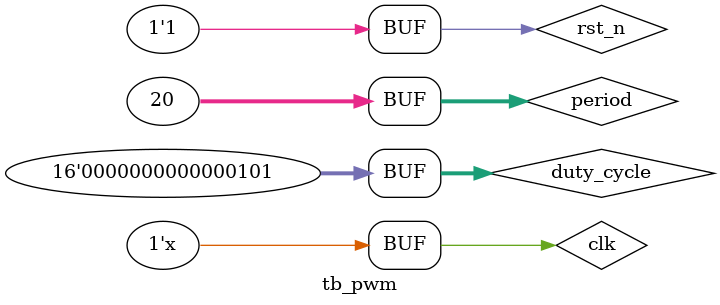
<source format=v>
`timescale 1ns / 1ps


module tb_pwm(

    );

parameter CLK_PERIOD = 20;       
reg clk;
always #(CLK_PERIOD/2) clk = ~clk;

initial begin
   clk <= 1'b0;
   #4000;
end
    
reg [31:0]period_count = 31'd0;
reg pwm_value;
reg [31:0] period = 16'd20;
reg [15:0] duty_cycle = 16'd5;
reg rst_n = 1;
    
always@(posedge clk or negedge rst_n) begin
    if (!rst_n) begin
        pwm_value <= 1'd0;
        period_count <= 31'd0;
    end else begin
        if (period_count >= period - 1) begin
            period_count <= 31'd0;
        end else
            period_count <= period_count + 1'b1;
    end
end

always@(posedge clk) begin
    if (period_count < duty_cycle)
       pwm_value <= 1'd1;
    else
       pwm_value <= 1'd0;
end
    
endmodule

</source>
